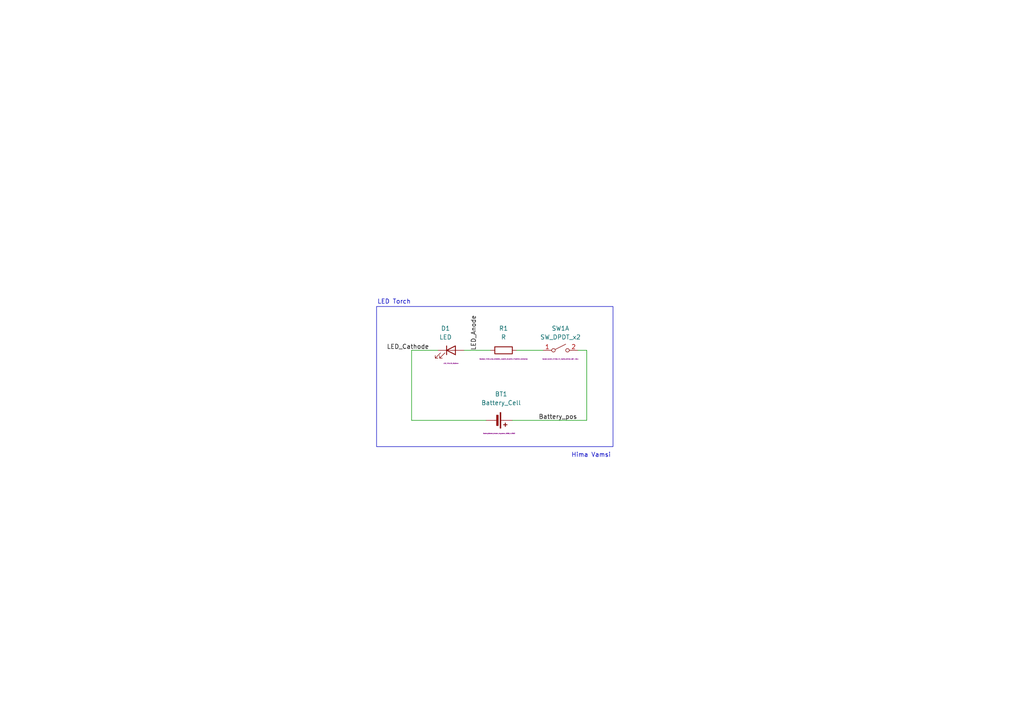
<source format=kicad_sch>
(kicad_sch
	(version 20231120)
	(generator "eeschema")
	(generator_version "8.0")
	(uuid "62945c2f-7284-46a4-8ef5-b8c3d1f8e120")
	(paper "A4")
	(title_block
		(title "Project 1 LEC Torch")
		(date "2024-07-14")
		(rev "1")
		(company "Hima Vamsi")
	)
	(lib_symbols
		(symbol "Device:Battery_Cell"
			(pin_numbers hide)
			(pin_names
				(offset 0) hide)
			(exclude_from_sim no)
			(in_bom yes)
			(on_board yes)
			(property "Reference" "BT"
				(at 2.54 2.54 0)
				(effects
					(font
						(size 1.27 1.27)
					)
					(justify left)
				)
			)
			(property "Value" "Battery_Cell"
				(at 2.54 0 0)
				(effects
					(font
						(size 1.27 1.27)
					)
					(justify left)
				)
			)
			(property "Footprint" ""
				(at 0 1.524 90)
				(effects
					(font
						(size 1.27 1.27)
					)
					(hide yes)
				)
			)
			(property "Datasheet" "~"
				(at 0 1.524 90)
				(effects
					(font
						(size 1.27 1.27)
					)
					(hide yes)
				)
			)
			(property "Description" "Single-cell battery"
				(at 0 0 0)
				(effects
					(font
						(size 1.27 1.27)
					)
					(hide yes)
				)
			)
			(property "ki_keywords" "battery cell"
				(at 0 0 0)
				(effects
					(font
						(size 1.27 1.27)
					)
					(hide yes)
				)
			)
			(symbol "Battery_Cell_0_1"
				(rectangle
					(start -2.286 1.778)
					(end 2.286 1.524)
					(stroke
						(width 0)
						(type default)
					)
					(fill
						(type outline)
					)
				)
				(rectangle
					(start -1.524 1.016)
					(end 1.524 0.508)
					(stroke
						(width 0)
						(type default)
					)
					(fill
						(type outline)
					)
				)
				(polyline
					(pts
						(xy 0 0.762) (xy 0 0)
					)
					(stroke
						(width 0)
						(type default)
					)
					(fill
						(type none)
					)
				)
				(polyline
					(pts
						(xy 0 1.778) (xy 0 2.54)
					)
					(stroke
						(width 0)
						(type default)
					)
					(fill
						(type none)
					)
				)
				(polyline
					(pts
						(xy 0.762 3.048) (xy 1.778 3.048)
					)
					(stroke
						(width 0.254)
						(type default)
					)
					(fill
						(type none)
					)
				)
				(polyline
					(pts
						(xy 1.27 3.556) (xy 1.27 2.54)
					)
					(stroke
						(width 0.254)
						(type default)
					)
					(fill
						(type none)
					)
				)
			)
			(symbol "Battery_Cell_1_1"
				(pin passive line
					(at 0 5.08 270)
					(length 2.54)
					(name "+"
						(effects
							(font
								(size 1.27 1.27)
							)
						)
					)
					(number "1"
						(effects
							(font
								(size 1.27 1.27)
							)
						)
					)
				)
				(pin passive line
					(at 0 -2.54 90)
					(length 2.54)
					(name "-"
						(effects
							(font
								(size 1.27 1.27)
							)
						)
					)
					(number "2"
						(effects
							(font
								(size 1.27 1.27)
							)
						)
					)
				)
			)
		)
		(symbol "Device:LED"
			(pin_numbers hide)
			(pin_names
				(offset 1.016) hide)
			(exclude_from_sim no)
			(in_bom yes)
			(on_board yes)
			(property "Reference" "D"
				(at 0 2.54 0)
				(effects
					(font
						(size 1.27 1.27)
					)
				)
			)
			(property "Value" "LED"
				(at 0 -2.54 0)
				(effects
					(font
						(size 1.27 1.27)
					)
				)
			)
			(property "Footprint" ""
				(at 0 0 0)
				(effects
					(font
						(size 1.27 1.27)
					)
					(hide yes)
				)
			)
			(property "Datasheet" "~"
				(at 0 0 0)
				(effects
					(font
						(size 1.27 1.27)
					)
					(hide yes)
				)
			)
			(property "Description" "Light emitting diode"
				(at 0 0 0)
				(effects
					(font
						(size 1.27 1.27)
					)
					(hide yes)
				)
			)
			(property "ki_keywords" "LED diode"
				(at 0 0 0)
				(effects
					(font
						(size 1.27 1.27)
					)
					(hide yes)
				)
			)
			(property "ki_fp_filters" "LED* LED_SMD:* LED_THT:*"
				(at 0 0 0)
				(effects
					(font
						(size 1.27 1.27)
					)
					(hide yes)
				)
			)
			(symbol "LED_0_1"
				(polyline
					(pts
						(xy -1.27 -1.27) (xy -1.27 1.27)
					)
					(stroke
						(width 0.254)
						(type default)
					)
					(fill
						(type none)
					)
				)
				(polyline
					(pts
						(xy -1.27 0) (xy 1.27 0)
					)
					(stroke
						(width 0)
						(type default)
					)
					(fill
						(type none)
					)
				)
				(polyline
					(pts
						(xy 1.27 -1.27) (xy 1.27 1.27) (xy -1.27 0) (xy 1.27 -1.27)
					)
					(stroke
						(width 0.254)
						(type default)
					)
					(fill
						(type none)
					)
				)
				(polyline
					(pts
						(xy -3.048 -0.762) (xy -4.572 -2.286) (xy -3.81 -2.286) (xy -4.572 -2.286) (xy -4.572 -1.524)
					)
					(stroke
						(width 0)
						(type default)
					)
					(fill
						(type none)
					)
				)
				(polyline
					(pts
						(xy -1.778 -0.762) (xy -3.302 -2.286) (xy -2.54 -2.286) (xy -3.302 -2.286) (xy -3.302 -1.524)
					)
					(stroke
						(width 0)
						(type default)
					)
					(fill
						(type none)
					)
				)
			)
			(symbol "LED_1_1"
				(pin passive line
					(at -3.81 0 0)
					(length 2.54)
					(name "K"
						(effects
							(font
								(size 1.27 1.27)
							)
						)
					)
					(number "1"
						(effects
							(font
								(size 1.27 1.27)
							)
						)
					)
				)
				(pin passive line
					(at 3.81 0 180)
					(length 2.54)
					(name "A"
						(effects
							(font
								(size 1.27 1.27)
							)
						)
					)
					(number "2"
						(effects
							(font
								(size 1.27 1.27)
							)
						)
					)
				)
			)
		)
		(symbol "Device:R"
			(pin_numbers hide)
			(pin_names
				(offset 0)
			)
			(exclude_from_sim no)
			(in_bom yes)
			(on_board yes)
			(property "Reference" "R"
				(at 2.032 0 90)
				(effects
					(font
						(size 1.27 1.27)
					)
				)
			)
			(property "Value" "R"
				(at 0 0 90)
				(effects
					(font
						(size 1.27 1.27)
					)
				)
			)
			(property "Footprint" ""
				(at -1.778 0 90)
				(effects
					(font
						(size 1.27 1.27)
					)
					(hide yes)
				)
			)
			(property "Datasheet" "~"
				(at 0 0 0)
				(effects
					(font
						(size 1.27 1.27)
					)
					(hide yes)
				)
			)
			(property "Description" "Resistor"
				(at 0 0 0)
				(effects
					(font
						(size 1.27 1.27)
					)
					(hide yes)
				)
			)
			(property "ki_keywords" "R res resistor"
				(at 0 0 0)
				(effects
					(font
						(size 1.27 1.27)
					)
					(hide yes)
				)
			)
			(property "ki_fp_filters" "R_*"
				(at 0 0 0)
				(effects
					(font
						(size 1.27 1.27)
					)
					(hide yes)
				)
			)
			(symbol "R_0_1"
				(rectangle
					(start -1.016 -2.54)
					(end 1.016 2.54)
					(stroke
						(width 0.254)
						(type default)
					)
					(fill
						(type none)
					)
				)
			)
			(symbol "R_1_1"
				(pin passive line
					(at 0 3.81 270)
					(length 1.27)
					(name "~"
						(effects
							(font
								(size 1.27 1.27)
							)
						)
					)
					(number "1"
						(effects
							(font
								(size 1.27 1.27)
							)
						)
					)
				)
				(pin passive line
					(at 0 -3.81 90)
					(length 1.27)
					(name "~"
						(effects
							(font
								(size 1.27 1.27)
							)
						)
					)
					(number "2"
						(effects
							(font
								(size 1.27 1.27)
							)
						)
					)
				)
			)
		)
		(symbol "Switch:SW_DPST_x2"
			(pin_names
				(offset 0) hide)
			(exclude_from_sim no)
			(in_bom yes)
			(on_board yes)
			(property "Reference" "SW"
				(at 0 3.175 0)
				(effects
					(font
						(size 1.27 1.27)
					)
				)
			)
			(property "Value" "SW_DPST_x2"
				(at 0 -2.54 0)
				(effects
					(font
						(size 1.27 1.27)
					)
				)
			)
			(property "Footprint" ""
				(at 0 0 0)
				(effects
					(font
						(size 1.27 1.27)
					)
					(hide yes)
				)
			)
			(property "Datasheet" "~"
				(at 0 0 0)
				(effects
					(font
						(size 1.27 1.27)
					)
					(hide yes)
				)
			)
			(property "Description" "Single Pole Single Throw (SPST) switch, separate symbol"
				(at 0 0 0)
				(effects
					(font
						(size 1.27 1.27)
					)
					(hide yes)
				)
			)
			(property "ki_keywords" "switch lever"
				(at 0 0 0)
				(effects
					(font
						(size 1.27 1.27)
					)
					(hide yes)
				)
			)
			(symbol "SW_DPST_x2_0_0"
				(circle
					(center -2.032 0)
					(radius 0.508)
					(stroke
						(width 0)
						(type default)
					)
					(fill
						(type none)
					)
				)
				(polyline
					(pts
						(xy -1.524 0.254) (xy 1.524 1.778)
					)
					(stroke
						(width 0)
						(type default)
					)
					(fill
						(type none)
					)
				)
				(circle
					(center 2.032 0)
					(radius 0.508)
					(stroke
						(width 0)
						(type default)
					)
					(fill
						(type none)
					)
				)
			)
			(symbol "SW_DPST_x2_1_1"
				(pin passive line
					(at -5.08 0 0)
					(length 2.54)
					(name "A"
						(effects
							(font
								(size 1.27 1.27)
							)
						)
					)
					(number "1"
						(effects
							(font
								(size 1.27 1.27)
							)
						)
					)
				)
				(pin passive line
					(at 5.08 0 180)
					(length 2.54)
					(name "B"
						(effects
							(font
								(size 1.27 1.27)
							)
						)
					)
					(number "2"
						(effects
							(font
								(size 1.27 1.27)
							)
						)
					)
				)
			)
			(symbol "SW_DPST_x2_2_1"
				(pin passive line
					(at -5.08 0 0)
					(length 2.54)
					(name "A"
						(effects
							(font
								(size 1.27 1.27)
							)
						)
					)
					(number "3"
						(effects
							(font
								(size 1.27 1.27)
							)
						)
					)
				)
				(pin passive line
					(at 5.08 0 180)
					(length 2.54)
					(name "B"
						(effects
							(font
								(size 1.27 1.27)
							)
						)
					)
					(number "4"
						(effects
							(font
								(size 1.27 1.27)
							)
						)
					)
				)
			)
		)
	)
	(wire
		(pts
			(xy 148.59 121.92) (xy 170.18 121.92)
		)
		(stroke
			(width 0)
			(type default)
		)
		(uuid "08c6d2ca-386d-4f49-abad-90d4e490bb7c")
	)
	(wire
		(pts
			(xy 119.38 121.92) (xy 119.38 101.6)
		)
		(stroke
			(width 0)
			(type default)
		)
		(uuid "1677d7a0-4ece-4e71-9adc-5185e258b49d")
	)
	(wire
		(pts
			(xy 149.86 101.6) (xy 157.48 101.6)
		)
		(stroke
			(width 0)
			(type default)
		)
		(uuid "2041cece-8335-48d8-a7c7-0536a406cbd0")
	)
	(wire
		(pts
			(xy 170.18 101.6) (xy 167.64 101.6)
		)
		(stroke
			(width 0)
			(type default)
		)
		(uuid "2efdab95-9bf1-45d2-8bed-633c450336ed")
	)
	(wire
		(pts
			(xy 140.97 121.92) (xy 119.38 121.92)
		)
		(stroke
			(width 0)
			(type default)
		)
		(uuid "41145dc9-8816-4d6b-ab5a-58f91f878ee9")
	)
	(wire
		(pts
			(xy 170.18 101.6) (xy 170.18 121.92)
		)
		(stroke
			(width 0)
			(type default)
		)
		(uuid "5da9369d-b5a0-4f74-9c30-8f520b8232b9")
	)
	(wire
		(pts
			(xy 119.38 101.6) (xy 127 101.6)
		)
		(stroke
			(width 0)
			(type default)
		)
		(uuid "867c14f8-10ef-4f20-b213-043d236f0a98")
	)
	(wire
		(pts
			(xy 134.62 101.6) (xy 142.24 101.6)
		)
		(stroke
			(width 0)
			(type default)
		)
		(uuid "ebac8a31-7a2b-4bca-9640-d9ce634e8cef")
	)
	(rectangle
		(start 109.22 88.9)
		(end 177.8 129.54)
		(stroke
			(width 0)
			(type default)
		)
		(fill
			(type none)
		)
		(uuid 9e7f5a1a-2166-44e6-a83b-a685be47922f)
	)
	(text "LED Torch"
		(exclude_from_sim no)
		(at 114.3 87.63 0)
		(effects
			(font
				(size 1.27 1.27)
			)
		)
		(uuid "759b57bd-84e9-4c58-86bb-b2fc23fe9520")
	)
	(text "Hima Vamsi\n"
		(exclude_from_sim no)
		(at 171.45 132.08 0)
		(effects
			(font
				(size 1.27 1.27)
			)
		)
		(uuid "adf88752-3560-46af-a584-a5124ddf22d6")
	)
	(label "Battery_pos"
		(at 156.21 121.92 0)
		(fields_autoplaced yes)
		(effects
			(font
				(size 1.27 1.27)
			)
			(justify left bottom)
		)
		(uuid "93b0fd90-55f2-48f0-a047-2a81b360d8d0")
	)
	(label "LED_Anode"
		(at 138.43 101.6 90)
		(fields_autoplaced yes)
		(effects
			(font
				(size 1.27 1.27)
			)
			(justify left bottom)
		)
		(uuid "db136a13-8305-4e81-83b1-219bcf50fe1d")
	)
	(label "LED_Cathode"
		(at 124.46 101.6 180)
		(fields_autoplaced yes)
		(effects
			(font
				(size 1.27 1.27)
			)
			(justify right bottom)
		)
		(uuid "f6f2133a-1be7-4035-aeae-7097a6e92bb1")
	)
	(symbol
		(lib_id "Switch:SW_DPST_x2")
		(at 162.56 101.6 0)
		(unit 1)
		(exclude_from_sim no)
		(in_bom yes)
		(on_board yes)
		(dnp no)
		(uuid "86037072-9d70-4ad6-9f71-c5f3e30eda15")
		(property "Reference" "SW1"
			(at 162.56 95.25 0)
			(effects
				(font
					(size 1.27 1.27)
				)
			)
		)
		(property "Value" "SW_DPDT_x2"
			(at 162.56 97.79 0)
			(effects
				(font
					(size 1.27 1.27)
				)
			)
		)
		(property "Footprint" "Button_Switch_THT:SW_TH_Tactile_Omron_B3F-10xx"
			(at 162.56 104.14 0)
			(effects
				(font
					(size 0.27 0.27)
				)
			)
		)
		(property "Datasheet" "~"
			(at 162.56 101.6 0)
			(effects
				(font
					(size 1.27 1.27)
				)
				(hide yes)
			)
		)
		(property "Description" "Single Pole Single Throw (SPST) switch, separate symbol"
			(at 162.56 101.6 0)
			(effects
				(font
					(size 1.27 1.27)
				)
				(hide yes)
			)
		)
		(pin "3"
			(uuid "e47dacf4-c4ef-450a-92ec-b5cbe302a9ae")
		)
		(pin "4"
			(uuid "04e405a9-a5b3-4885-83c5-4784a0533455")
		)
		(pin "1"
			(uuid "90720b44-38e5-40c6-b85e-466cb9c9e17b")
		)
		(pin "2"
			(uuid "7bf7d2a0-7eef-4c61-a2b2-ec9f5c1147f1")
		)
		(instances
			(project ""
				(path "/62945c2f-7284-46a4-8ef5-b8c3d1f8e120"
					(reference "SW1")
					(unit 1)
				)
			)
		)
	)
	(symbol
		(lib_id "Device:Battery_Cell")
		(at 143.51 121.92 270)
		(unit 1)
		(exclude_from_sim no)
		(in_bom yes)
		(on_board yes)
		(dnp no)
		(uuid "878d5c73-0100-44bd-af76-472502bfa454")
		(property "Reference" "BT1"
			(at 145.3515 114.3 90)
			(effects
				(font
					(size 1.27 1.27)
				)
			)
		)
		(property "Value" "Battery_Cell"
			(at 145.3515 116.84 90)
			(effects
				(font
					(size 1.27 1.27)
				)
			)
		)
		(property "Footprint" "Battery:BatteryHolder_Keystone_1058_1x2032"
			(at 144.78 125.73 90)
			(effects
				(font
					(size 0.27 0.27)
				)
			)
		)
		(property "Datasheet" "~"
			(at 145.034 121.92 90)
			(effects
				(font
					(size 1.27 1.27)
				)
				(hide yes)
			)
		)
		(property "Description" "Single-cell battery"
			(at 143.51 121.92 0)
			(effects
				(font
					(size 1.27 1.27)
				)
				(hide yes)
			)
		)
		(pin "1"
			(uuid "4dc3abe9-ea2e-4b59-a5d5-6d690f4a2f3a")
		)
		(pin "2"
			(uuid "82c299f7-a47f-457b-a0bd-12a826534784")
		)
		(instances
			(project ""
				(path "/62945c2f-7284-46a4-8ef5-b8c3d1f8e120"
					(reference "BT1")
					(unit 1)
				)
			)
		)
	)
	(symbol
		(lib_id "Device:LED")
		(at 130.81 101.6 0)
		(unit 1)
		(exclude_from_sim no)
		(in_bom yes)
		(on_board yes)
		(dnp no)
		(uuid "b2626533-c85c-4302-aed3-d133cd9e453f")
		(property "Reference" "D1"
			(at 129.2225 95.25 0)
			(effects
				(font
					(size 1.27 1.27)
				)
			)
		)
		(property "Value" "LED"
			(at 129.2225 97.79 0)
			(effects
				(font
					(size 1.27 1.27)
				)
			)
		)
		(property "Footprint" "LED_THT:LED_D5.0mm"
			(at 130.81 105.41 0)
			(effects
				(font
					(size 0.27 0.27)
				)
			)
		)
		(property "Datasheet" "~"
			(at 130.81 101.6 0)
			(effects
				(font
					(size 1.27 1.27)
				)
				(hide yes)
			)
		)
		(property "Description" "Light emitting diode"
			(at 130.81 101.6 0)
			(effects
				(font
					(size 1.27 1.27)
				)
				(hide yes)
			)
		)
		(pin "1"
			(uuid "a57d480d-9f48-47b5-9e58-4b3db29202ab")
		)
		(pin "2"
			(uuid "37f7f5b4-e5de-46f0-8015-f4e9485b5fce")
		)
		(instances
			(project ""
				(path "/62945c2f-7284-46a4-8ef5-b8c3d1f8e120"
					(reference "D1")
					(unit 1)
				)
			)
		)
	)
	(symbol
		(lib_id "Device:R")
		(at 146.05 101.6 90)
		(unit 1)
		(exclude_from_sim no)
		(in_bom yes)
		(on_board yes)
		(dnp no)
		(uuid "ec9c9d7b-d0f5-4076-8aa3-018779aa15a8")
		(property "Reference" "R1"
			(at 146.05 95.25 90)
			(effects
				(font
					(size 1.27 1.27)
				)
			)
		)
		(property "Value" "R"
			(at 146.05 97.79 90)
			(effects
				(font
					(size 1.27 1.27)
				)
			)
		)
		(property "Footprint" "Resistor_THT:R_Axial_DIN0204_L3.6mm_D1.6mm_P7.62mm_Horizontal"
			(at 146.05 104.14 90)
			(effects
				(font
					(size 0.27 0.27)
				)
			)
		)
		(property "Datasheet" "~"
			(at 146.05 101.6 0)
			(effects
				(font
					(size 1.27 1.27)
				)
				(hide yes)
			)
		)
		(property "Description" "Resistor"
			(at 146.05 101.6 0)
			(effects
				(font
					(size 1.27 1.27)
				)
				(hide yes)
			)
		)
		(pin "1"
			(uuid "d7360e68-e4c3-4086-b14a-ebd2934725e1")
		)
		(pin "2"
			(uuid "64ebd3be-22a8-4165-a4db-5e1c958b5617")
		)
		(instances
			(project ""
				(path "/62945c2f-7284-46a4-8ef5-b8c3d1f8e120"
					(reference "R1")
					(unit 1)
				)
			)
		)
	)
	(sheet_instances
		(path "/"
			(page "1")
		)
	)
)

</source>
